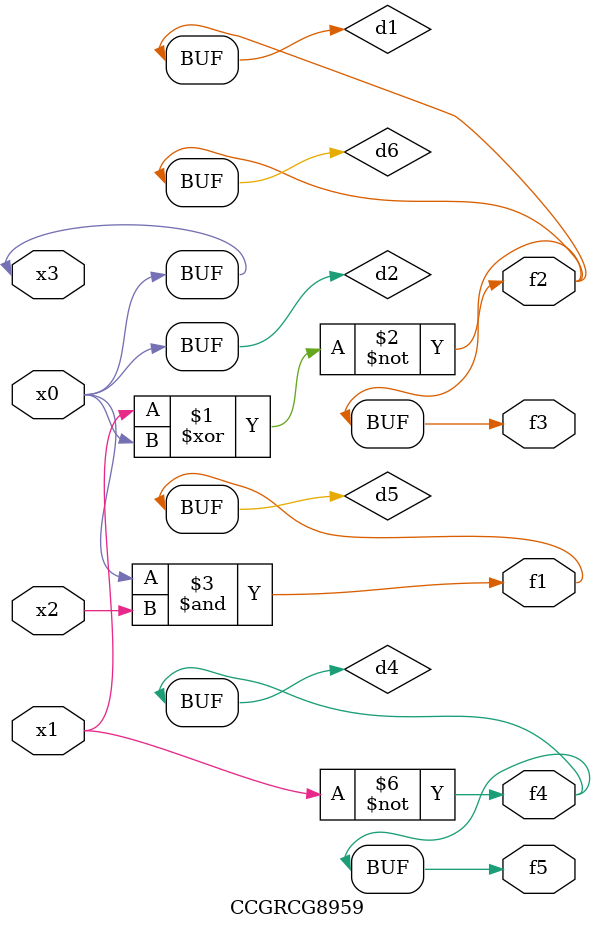
<source format=v>
module CCGRCG8959(
	input x0, x1, x2, x3,
	output f1, f2, f3, f4, f5
);

	wire d1, d2, d3, d4, d5, d6;

	xnor (d1, x1, x3);
	buf (d2, x0, x3);
	nand (d3, x0, x2);
	not (d4, x1);
	nand (d5, d3);
	or (d6, d1);
	assign f1 = d5;
	assign f2 = d6;
	assign f3 = d6;
	assign f4 = d4;
	assign f5 = d4;
endmodule

</source>
